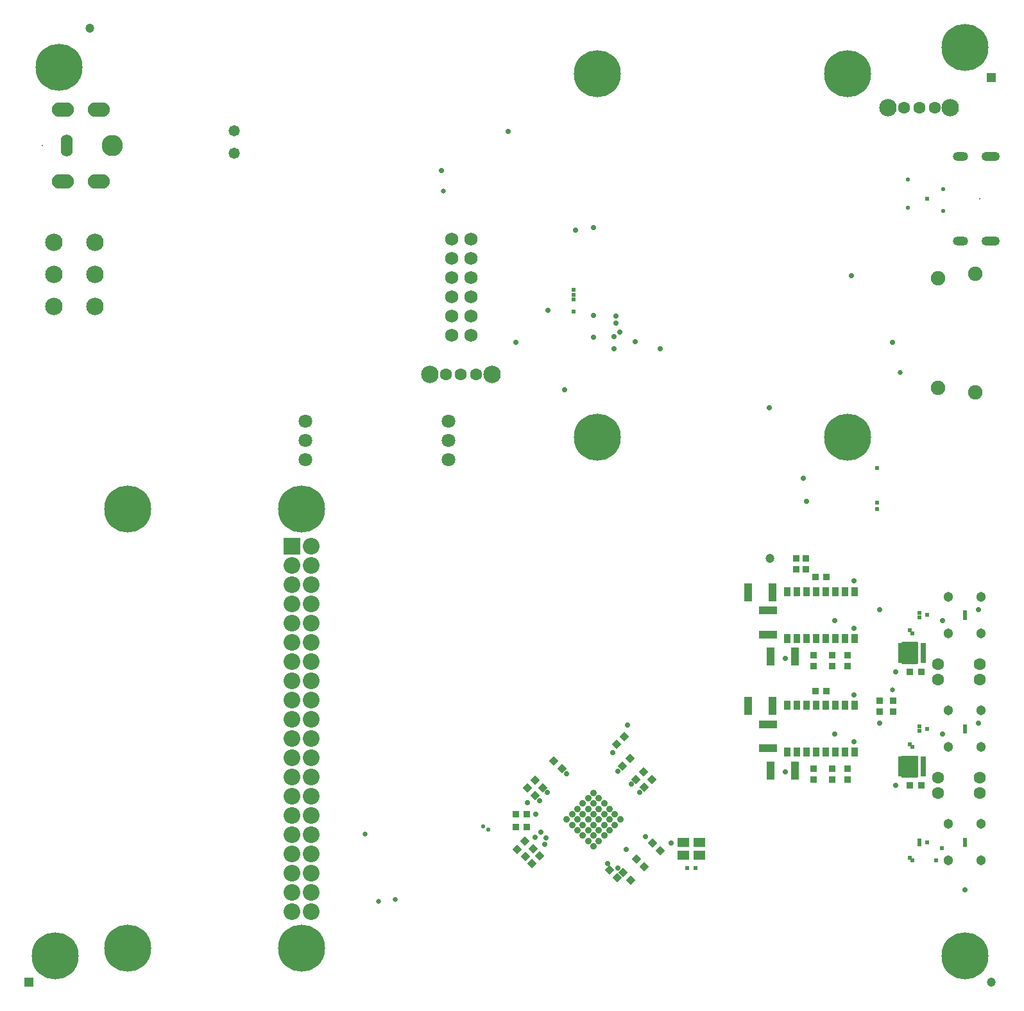
<source format=gbr>
%TF.GenerationSoftware,Altium Limited,Altium Designer,22.4.2 (48)*%
G04 Layer_Color=16711935*
%FSLAX26Y26*%
%MOIN*%
%TF.SameCoordinates,0D1A2E3A-66A7-4FCB-BFB3-5B9149DA6B87*%
%TF.FilePolarity,Negative*%
%TF.FileFunction,Soldermask,Bot*%
%TF.Part,Single*%
G01*
G75*
%TA.AperFunction,SMDPad,CuDef*%
%ADD31R,0.023622X0.023622*%
%ADD43R,0.035433X0.033465*%
%ADD51R,0.043307X0.094488*%
%ADD52R,0.033465X0.035433*%
G04:AMPARAMS|DCode=96|XSize=33.465mil|YSize=35.433mil|CornerRadius=0mil|HoleSize=0mil|Usage=FLASHONLY|Rotation=225.000|XOffset=0mil|YOffset=0mil|HoleType=Round|Shape=Rectangle|*
%AMROTATEDRECTD96*
4,1,4,-0.000696,0.024359,0.024359,-0.000696,0.000696,-0.024359,-0.024359,0.000696,-0.000696,0.024359,0.0*
%
%ADD96ROTATEDRECTD96*%

G04:AMPARAMS|DCode=97|XSize=33.465mil|YSize=35.433mil|CornerRadius=0mil|HoleSize=0mil|Usage=FLASHONLY|Rotation=315.000|XOffset=0mil|YOffset=0mil|HoleType=Round|Shape=Rectangle|*
%AMROTATEDRECTD97*
4,1,4,-0.024359,-0.000696,0.000696,0.024359,0.024359,0.000696,-0.000696,-0.024359,-0.024359,-0.000696,0.0*
%
%ADD97ROTATEDRECTD97*%

%ADD98R,0.094488X0.043307*%
%ADD106R,0.037921X0.051307*%
%ADD107R,0.026504X0.027685*%
%TA.AperFunction,FiducialPad,Global*%
%ADD108R,0.047370X0.047370*%
%ADD109C,0.047370*%
%TA.AperFunction,SMDPad,CuDef*%
%ADD110R,0.059181X0.051307*%
%TA.AperFunction,ComponentPad*%
%ADD111O,0.094614X0.047370*%
%ADD112O,0.078866X0.047370*%
%ADD113C,0.008000*%
%ADD114C,0.051307*%
%ADD115C,0.090677*%
%ADD116R,0.086740X0.086740*%
%ADD117C,0.086740*%
%ADD118C,0.063118*%
%ADD119O,0.114299X0.074929*%
%ADD120O,0.063118X0.114299*%
%ADD121C,0.110362*%
%ADD122C,0.070992*%
%ADD123C,0.244220*%
%ADD124C,0.074929*%
%ADD125C,0.068000*%
%TA.AperFunction,ViaPad*%
%ADD126C,0.035559*%
%ADD127C,0.027685*%
%ADD128C,0.023748*%
%ADD129C,0.021779*%
%ADD130C,0.025716*%
%ADD131C,0.047370*%
%ADD132C,0.058000*%
G36*
X5658004Y2222478D02*
X5658518Y2222376D01*
X5659014Y2222207D01*
X5659485Y2221975D01*
X5659921Y2221684D01*
X5660315Y2221338D01*
X5660661Y2220944D01*
X5660952Y2220508D01*
X5661184Y2220038D01*
X5661352Y2219541D01*
X5661455Y2219027D01*
X5661489Y2218504D01*
Y2112205D01*
X5661455Y2111682D01*
X5661352Y2111167D01*
X5661184Y2110671D01*
X5660952Y2110200D01*
X5660661Y2109764D01*
X5660315Y2109370D01*
X5659921Y2109024D01*
X5659485Y2108733D01*
X5659014Y2108501D01*
X5658518Y2108333D01*
X5658004Y2108230D01*
X5657480Y2108196D01*
X5580709D01*
X5580185Y2108230D01*
X5579671Y2108333D01*
X5579175Y2108501D01*
X5578704Y2108733D01*
X5578268Y2109024D01*
X5577874Y2109370D01*
X5577529Y2109764D01*
X5577237Y2110200D01*
X5577005Y2110671D01*
X5576837Y2111167D01*
X5576734Y2111682D01*
X5576700Y2112205D01*
Y2218504D01*
X5576734Y2219027D01*
X5576837Y2219541D01*
X5577005Y2220038D01*
X5577237Y2220508D01*
X5577529Y2220944D01*
X5577874Y2221338D01*
X5578268Y2221684D01*
X5578704Y2221975D01*
X5579175Y2222207D01*
X5579671Y2222376D01*
X5580185Y2222478D01*
X5580709Y2222512D01*
X5657480D01*
X5658004Y2222478D01*
D02*
G37*
G36*
Y2813029D02*
X5658518Y2812927D01*
X5659014Y2812759D01*
X5659485Y2812527D01*
X5659921Y2812235D01*
X5660315Y2811890D01*
X5660661Y2811495D01*
X5660952Y2811059D01*
X5661184Y2810589D01*
X5661352Y2810093D01*
X5661455Y2809578D01*
X5661489Y2809055D01*
Y2702756D01*
X5661455Y2702233D01*
X5661352Y2701718D01*
X5661184Y2701222D01*
X5660952Y2700752D01*
X5660661Y2700316D01*
X5660315Y2699921D01*
X5659921Y2699576D01*
X5659485Y2699284D01*
X5659014Y2699052D01*
X5658518Y2698884D01*
X5658004Y2698782D01*
X5657480Y2698747D01*
X5580709D01*
X5580185Y2698782D01*
X5579671Y2698884D01*
X5579175Y2699052D01*
X5578704Y2699284D01*
X5578268Y2699576D01*
X5577874Y2699921D01*
X5577529Y2700316D01*
X5577237Y2700752D01*
X5577005Y2701222D01*
X5576837Y2701718D01*
X5576734Y2702233D01*
X5576700Y2702756D01*
Y2809055D01*
X5576734Y2809578D01*
X5576837Y2810093D01*
X5577005Y2810589D01*
X5577237Y2811059D01*
X5577529Y2811495D01*
X5577874Y2811890D01*
X5578268Y2812235D01*
X5578704Y2812527D01*
X5579175Y2812759D01*
X5579671Y2812927D01*
X5580185Y2813029D01*
X5580709Y2813064D01*
X5657480D01*
X5658004Y2813029D01*
D02*
G37*
D31*
X4461614Y1638780D02*
D03*
X4504921D02*
D03*
D43*
X5078740Y3189961D02*
D03*
Y3247047D02*
D03*
X5295276Y2154528D02*
D03*
Y2097441D02*
D03*
X5118110Y2154528D02*
D03*
Y2097441D02*
D03*
X5216535Y2154528D02*
D03*
Y2097441D02*
D03*
X5295276Y2745079D02*
D03*
Y2687992D02*
D03*
X5118110Y2745079D02*
D03*
Y2687992D02*
D03*
X5216535Y2745079D02*
D03*
Y2687992D02*
D03*
X5531496Y2451772D02*
D03*
Y2508858D02*
D03*
X5462598Y2451772D02*
D03*
Y2508858D02*
D03*
X5029528Y3189961D02*
D03*
Y3247047D02*
D03*
D51*
X5023622Y2736220D02*
D03*
X4897638D02*
D03*
X5023622Y2145669D02*
D03*
X4897638D02*
D03*
X4905512Y2480315D02*
D03*
X4779528D02*
D03*
X4905512Y3070866D02*
D03*
X4779528D02*
D03*
D52*
X5621063Y2066929D02*
D03*
X5678150D02*
D03*
X5621063Y2657480D02*
D03*
X5678150D02*
D03*
X5186024Y2559055D02*
D03*
X5128937D02*
D03*
X5186024Y3149606D02*
D03*
X5128937D02*
D03*
X3630905Y1917323D02*
D03*
X3573819D02*
D03*
X3630905Y1850394D02*
D03*
X3573819D02*
D03*
D96*
X3618608Y1776089D02*
D03*
X3578242Y1735722D02*
D03*
X4137309Y2322349D02*
D03*
X4096943Y2281982D02*
D03*
X4239659Y2058557D02*
D03*
X4280026Y2098923D02*
D03*
X4196352Y2097927D02*
D03*
X4236719Y2138293D02*
D03*
X4125486Y2168793D02*
D03*
X4165852Y2209160D02*
D03*
X3621549Y1696352D02*
D03*
X3661916Y1736719D02*
D03*
X3656982Y1660919D02*
D03*
X3697349Y1701285D02*
D03*
D97*
X4129423Y1614671D02*
D03*
X4169789Y1574305D02*
D03*
X4282966Y1768215D02*
D03*
X4323333Y1727848D02*
D03*
X4099908Y1586116D02*
D03*
X4059541Y1626482D02*
D03*
X3811522Y2153045D02*
D03*
X3771155Y2193412D02*
D03*
X3713097Y2054620D02*
D03*
X3672730Y2094986D02*
D03*
X3673727Y2015250D02*
D03*
X3633360Y2055616D02*
D03*
X4200289Y1685537D02*
D03*
X4240656Y1645171D02*
D03*
D98*
X4881890Y2385827D02*
D03*
Y2259843D02*
D03*
Y2976378D02*
D03*
Y2850394D02*
D03*
D106*
X5182480Y2830709D02*
D03*
X5232480D02*
D03*
X5282480D02*
D03*
X5332480D02*
D03*
X5132480D02*
D03*
X5082480D02*
D03*
X5032480D02*
D03*
X4982480D02*
D03*
X5132480Y3074803D02*
D03*
X5082480D02*
D03*
X5032480D02*
D03*
X4982480D02*
D03*
X5182480D02*
D03*
X5232480D02*
D03*
X5282480D02*
D03*
X5332480D02*
D03*
X5182480Y2240157D02*
D03*
X5232480D02*
D03*
X5282480D02*
D03*
X5332480D02*
D03*
X5132480D02*
D03*
X5082480D02*
D03*
X5032480D02*
D03*
X4982480D02*
D03*
X5132480Y2484252D02*
D03*
X5082480D02*
D03*
X5032480D02*
D03*
X4982480D02*
D03*
X5182480D02*
D03*
X5232480D02*
D03*
X5282480D02*
D03*
X5332480D02*
D03*
D107*
X5571850Y2717520D02*
D03*
Y2743110D02*
D03*
Y2768701D02*
D03*
X5687992Y2794291D02*
D03*
Y2768701D02*
D03*
Y2743110D02*
D03*
Y2717520D02*
D03*
X5571850Y2794291D02*
D03*
Y2126968D02*
D03*
Y2152559D02*
D03*
Y2178150D02*
D03*
X5687992Y2203740D02*
D03*
Y2178150D02*
D03*
Y2152559D02*
D03*
Y2126968D02*
D03*
X5571850Y2203740D02*
D03*
D108*
X6043307Y5748032D02*
D03*
X1043307Y1043307D02*
D03*
D109*
X1358268Y6003937D02*
D03*
X6043307Y1043307D02*
D03*
D110*
X4524606Y1704725D02*
D03*
X4441929D02*
D03*
Y1769685D02*
D03*
X4524606D02*
D03*
D111*
X6039370Y4896850D02*
D03*
Y5339370D02*
D03*
D112*
X5881890Y4896850D02*
D03*
Y5339370D02*
D03*
D113*
X5984252Y5118110D02*
D03*
X1112205Y5393701D02*
D03*
D114*
X5990158Y2858268D02*
D03*
Y3047244D02*
D03*
X5820866D02*
D03*
Y2858268D02*
D03*
X5990158Y1677165D02*
D03*
Y1866142D02*
D03*
X5820866D02*
D03*
Y1677165D02*
D03*
X5990158Y2267716D02*
D03*
Y2456693D02*
D03*
X5820866D02*
D03*
Y2267716D02*
D03*
D115*
X1171260Y4559055D02*
D03*
Y4724409D02*
D03*
Y4889764D02*
D03*
X1387795Y4559055D02*
D03*
Y4724409D02*
D03*
Y4889764D02*
D03*
X5830709Y5590551D02*
D03*
X5507874D02*
D03*
X3125984Y4204724D02*
D03*
X3448819D02*
D03*
D116*
X2410866Y3312205D02*
D03*
D117*
X2510866D02*
D03*
X2410866Y3212205D02*
D03*
X2510866D02*
D03*
X2410866Y3112205D02*
D03*
X2510866D02*
D03*
X2410866Y3012205D02*
D03*
X2510866D02*
D03*
X2410866Y2912205D02*
D03*
X2510866D02*
D03*
X2410866Y2812205D02*
D03*
X2510866D02*
D03*
X2410866Y2712205D02*
D03*
X2510866D02*
D03*
X2410866Y2612205D02*
D03*
X2510866D02*
D03*
X2410866Y2512205D02*
D03*
X2510866D02*
D03*
X2410866Y2412205D02*
D03*
X2510866D02*
D03*
X2410866Y2312205D02*
D03*
X2510866D02*
D03*
X2410866Y2212205D02*
D03*
X2510866D02*
D03*
X2410866Y2112205D02*
D03*
X2510866D02*
D03*
X2410866Y2012205D02*
D03*
X2510866D02*
D03*
X2410866Y1912205D02*
D03*
X2510866D02*
D03*
X2410866Y1812205D02*
D03*
X2510866D02*
D03*
X2410866Y1712205D02*
D03*
X2510866D02*
D03*
X2410866Y1612205D02*
D03*
X2510866D02*
D03*
X2410866Y1512205D02*
D03*
X2510866D02*
D03*
X2410866Y1412205D02*
D03*
X2510866D02*
D03*
D118*
X5984252Y2618110D02*
D03*
Y2696850D02*
D03*
X5590551Y5590551D02*
D03*
X5669291D02*
D03*
X5748032D02*
D03*
X3366142Y4204724D02*
D03*
X3287402D02*
D03*
X3208661D02*
D03*
X5767717Y2106299D02*
D03*
Y2027559D02*
D03*
Y2696850D02*
D03*
Y2618110D02*
D03*
X5984252Y2027559D02*
D03*
Y2106299D02*
D03*
D119*
X1220472Y5206693D02*
D03*
Y5580709D02*
D03*
X1405512D02*
D03*
Y5206693D02*
D03*
D120*
X1240158Y5393701D02*
D03*
D121*
X1476378D02*
D03*
D122*
X3224409Y3762205D02*
D03*
Y3862205D02*
D03*
Y3962205D02*
D03*
X2480315Y3762205D02*
D03*
Y3862205D02*
D03*
Y3962205D02*
D03*
D123*
X5905512Y5905512D02*
D03*
X2460630Y3503937D02*
D03*
X1181102Y1181102D02*
D03*
X1200000Y5800000D02*
D03*
X5905512Y1181102D02*
D03*
X3996063Y3877953D02*
D03*
X5295276D02*
D03*
X3996063Y5767717D02*
D03*
X5295276D02*
D03*
X1555118Y3503937D02*
D03*
X2460630Y1220472D02*
D03*
X1555118D02*
D03*
D124*
X5767717Y4704724D02*
D03*
X5960630Y4728346D02*
D03*
X5767717Y4133858D02*
D03*
X5960630Y4110236D02*
D03*
D125*
X3239961Y4406299D02*
D03*
X3339961D02*
D03*
Y4906299D02*
D03*
X3239961D02*
D03*
X3339961Y4806299D02*
D03*
X3239961D02*
D03*
Y4706299D02*
D03*
X3339961D02*
D03*
X3239961Y4606299D02*
D03*
X3339961D02*
D03*
X3239961Y4506299D02*
D03*
X3339961D02*
D03*
D126*
X3976378Y1861925D02*
D03*
X3948539Y1834086D02*
D03*
X3920700Y1806247D02*
D03*
X3948539Y1889764D02*
D03*
X3920700Y1861925D02*
D03*
X3892861Y1834086D02*
D03*
X3920700Y1917603D02*
D03*
X3892861Y1889764D02*
D03*
X3865023Y1861925D02*
D03*
X3892861Y1945441D02*
D03*
X3865023Y1917603D02*
D03*
X3837184Y1889764D02*
D03*
X4004217Y1834086D02*
D03*
X3976378Y1806247D02*
D03*
X3948539Y1778408D02*
D03*
X3976378Y1750570D02*
D03*
X4004217Y1778408D02*
D03*
X4032056Y1806247D02*
D03*
X3976378Y1917603D02*
D03*
X4004217Y1945441D02*
D03*
X4032056Y1973280D02*
D03*
X4004217Y1889764D02*
D03*
X4032056Y1917603D02*
D03*
X4059894Y1945441D02*
D03*
X4032056Y1861925D02*
D03*
X4059894Y1889764D02*
D03*
X4087733Y1917603D02*
D03*
X4059894Y1834086D02*
D03*
X4087733Y1861925D02*
D03*
X4115572Y1889764D02*
D03*
X3948539Y1945441D02*
D03*
X3976378Y1973280D02*
D03*
X4004217Y2001119D02*
D03*
X3976378Y2028958D02*
D03*
X3948539Y2001119D02*
D03*
X3920700Y1973280D02*
D03*
D127*
X3976504Y4968504D02*
D03*
X3571850Y4370079D02*
D03*
X3976378Y4396654D02*
D03*
X4074819Y2238189D02*
D03*
X4192913Y4373032D02*
D03*
X4114173Y4423000D02*
D03*
X5082677Y3543307D02*
D03*
X5529528Y4371063D02*
D03*
X4051181Y1662402D02*
D03*
X3672000Y1798000D02*
D03*
X4246000Y1801000D02*
D03*
X5231000Y2923551D02*
D03*
Y2333000D02*
D03*
X3531496Y5468504D02*
D03*
X3185039Y5263779D02*
D03*
X3701772Y1822835D02*
D03*
X5314961Y4716535D02*
D03*
X5905512Y1523622D02*
D03*
X5066929Y3665354D02*
D03*
X4889764Y4031496D02*
D03*
X3881890Y4952756D02*
D03*
X3739173Y4537402D02*
D03*
X3826772Y4125984D02*
D03*
X4380905Y1768701D02*
D03*
X5330709Y2295276D02*
D03*
Y2885827D02*
D03*
Y3129921D02*
D03*
Y2539370D02*
D03*
X5547244Y2066929D02*
D03*
X4972441Y2137795D02*
D03*
Y2728347D02*
D03*
X5547244Y2657480D02*
D03*
X4082677Y4338583D02*
D03*
X4322835D02*
D03*
X4082677Y4401575D02*
D03*
X4153543Y2381890D02*
D03*
X3631890Y1978347D02*
D03*
X3677165Y1917323D02*
D03*
X3728347Y1795276D02*
D03*
X3724078Y1762205D02*
D03*
X4146000Y1734000D02*
D03*
X3834900Y2128144D02*
D03*
X3737464Y2030708D02*
D03*
X3695706Y1988950D02*
D03*
X4103936Y1637464D02*
D03*
X4214758Y2031242D02*
D03*
X4103403Y2142597D02*
D03*
X4173000Y2073000D02*
D03*
X5788000Y2924102D02*
D03*
X5975000Y2982102D02*
D03*
X5464000Y2982551D02*
D03*
Y2392000D02*
D03*
X4092056Y4506229D02*
D03*
X4091413Y4469413D02*
D03*
X3977000Y4512000D02*
D03*
X5975000Y2391551D02*
D03*
X5788000Y2333551D02*
D03*
D128*
X3872047Y4594488D02*
D03*
X5668678Y2963780D02*
D03*
Y2941732D02*
D03*
X5632717Y2857874D02*
D03*
X5618110Y2873032D02*
D03*
X5668678Y2373228D02*
D03*
Y2351181D02*
D03*
X5632717Y2267323D02*
D03*
X5618110Y2282480D02*
D03*
Y1691929D02*
D03*
X5632717Y1676772D02*
D03*
X3871877Y4644486D02*
D03*
X3873000Y4619000D02*
D03*
X3871458Y4531705D02*
D03*
X5668678Y1760630D02*
D03*
Y1782677D02*
D03*
X5755905Y1677165D02*
D03*
X5787402Y1740158D02*
D03*
X5448819Y3716535D02*
D03*
Y3539370D02*
D03*
Y3503937D02*
D03*
X5708661Y1771653D02*
D03*
Y2952756D02*
D03*
Y2362205D02*
D03*
Y5118110D02*
D03*
X5905512Y1771653D02*
D03*
Y1757874D02*
D03*
Y1785433D02*
D03*
Y2952756D02*
D03*
Y2938976D02*
D03*
Y2966535D02*
D03*
Y2375984D02*
D03*
Y2348425D02*
D03*
Y2362205D02*
D03*
D129*
X5609252Y5216535D02*
D03*
Y5071850D02*
D03*
X5791876Y5054580D02*
D03*
X5791299Y5167323D02*
D03*
X3429287Y1838099D02*
D03*
X3402559Y1853696D02*
D03*
D130*
X5568000Y4213000D02*
D03*
X5531000Y2563000D02*
D03*
X3195000Y5158000D02*
D03*
X2859000Y1466000D02*
D03*
X2790000Y1815000D02*
D03*
X2946000Y1474000D02*
D03*
D131*
X4893000Y3247000D02*
D03*
D132*
X2110236Y5472441D02*
D03*
Y5354331D02*
D03*
%TF.MD5,f7d5af1bd36012648fa65e7f302b0e9a*%
M02*

</source>
